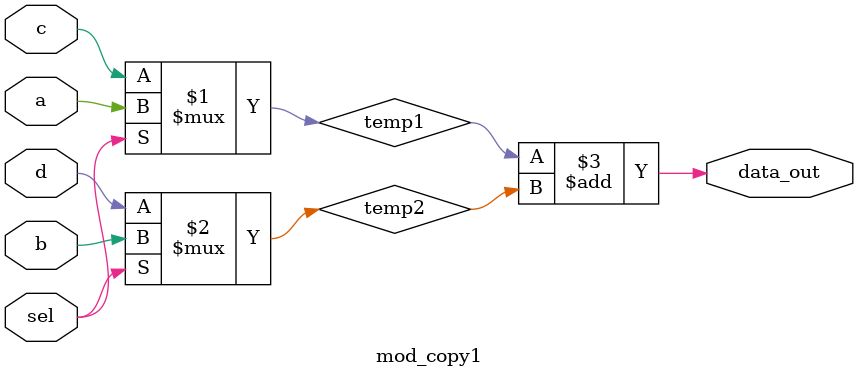
<source format=v>
module mod_copy1 (sel, a, b, c, d, data_out);
input sel, a, b, c, d;
output data_out;

wire temp1, temp2;
assign temp1 = (sel)? (a) : (c) ;
assign temp2 = (sel)? (b) : (d) ;
assign data_out = temp1 + temp2;


endmodule
</source>
